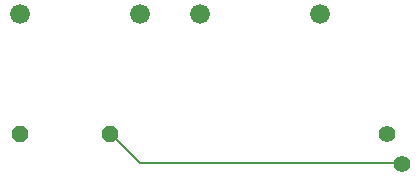
<source format=gbr>
G04 EAGLE Gerber RS-274X export*
G75*
%MOMM*%
%FSLAX34Y34*%
%LPD*%
%INBottom Copper*%
%IPPOS*%
%AMOC8*
5,1,8,0,0,1.08239X$1,22.5*%
G01*
%ADD10P,1.539592X8X22.500000*%
%ADD11C,1.676400*%
%ADD12C,1.397000*%
%ADD13C,0.152400*%


D10*
X50800Y127000D03*
X127000Y127000D03*
D11*
X304800Y228600D03*
X203200Y228600D03*
X152400Y228600D03*
X50800Y228600D03*
D12*
X374650Y101600D03*
X361950Y127000D03*
D13*
X373380Y102108D02*
X152400Y102108D01*
X128016Y126492D01*
X373380Y102108D02*
X374650Y101600D01*
X128016Y126492D02*
X127000Y127000D01*
M02*

</source>
